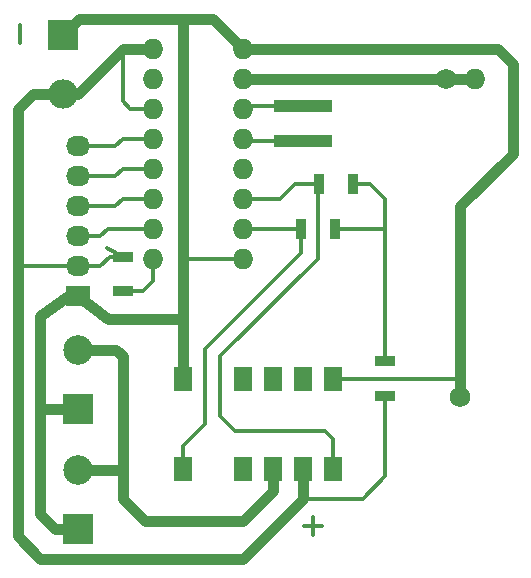
<source format=gbr>
G04 #@! TF.FileFunction,Copper,L1,Top,Signal*
%FSLAX46Y46*%
G04 Gerber Fmt 4.6, Leading zero omitted, Abs format (unit mm)*
G04 Created by KiCad (PCBNEW 4.0.1-stable) date 2/2/2016 11:32:04 AM*
%MOMM*%
G01*
G04 APERTURE LIST*
%ADD10C,0.100000*%
%ADD11C,0.300000*%
%ADD12R,2.032000X1.727200*%
%ADD13O,2.032000X1.727200*%
%ADD14R,0.900000X1.700000*%
%ADD15R,1.700000X0.900000*%
%ADD16R,1.524000X2.032000*%
%ADD17O,1.727200X1.727200*%
%ADD18R,4.900000X1.050000*%
%ADD19C,1.727200*%
%ADD20R,2.500000X2.500000*%
%ADD21C,2.500000*%
%ADD22O,2.500000X2.500000*%
%ADD23C,0.900000*%
G04 APERTURE END LIST*
D10*
D11*
X162688095Y-128047457D02*
X164211905Y-128047457D01*
X163450000Y-128809362D02*
X163450000Y-127285552D01*
X138572857Y-87121905D02*
X138572857Y-85598095D01*
D12*
X143510000Y-108585000D03*
D13*
X143510000Y-106045000D03*
X143510000Y-103505000D03*
X143510000Y-100965000D03*
X143510000Y-98425000D03*
X143510000Y-95885000D03*
D14*
X165280000Y-102844600D03*
X162380000Y-102844600D03*
X166804000Y-99034600D03*
X163904000Y-99034600D03*
D15*
X147320000Y-105230000D03*
X147320000Y-108130000D03*
D16*
X160020000Y-115544600D03*
X162560000Y-115544600D03*
X165100000Y-115544600D03*
X165100000Y-123164600D03*
X162560000Y-123164600D03*
X160020000Y-123164600D03*
X152400000Y-123164600D03*
X157480000Y-123164600D03*
X157480000Y-115544600D03*
X152400000Y-115544600D03*
D17*
X157480000Y-87604600D03*
X157480000Y-90144600D03*
X157480000Y-92684600D03*
X157480000Y-95224600D03*
X157480000Y-97764600D03*
X157480000Y-100304600D03*
X157480000Y-102844600D03*
X157480000Y-105384600D03*
X149860000Y-105384600D03*
X149860000Y-102844600D03*
X149860000Y-100304600D03*
X149860000Y-97764600D03*
X149860000Y-95224600D03*
X149860000Y-92684600D03*
X149860000Y-90144600D03*
X149860000Y-87604600D03*
D18*
X162560000Y-92479600D03*
X162560000Y-95429600D03*
D15*
X169545000Y-116994600D03*
X169545000Y-114094600D03*
D19*
X175895000Y-117070000D03*
X174645000Y-90170000D03*
D17*
X177145000Y-90170000D03*
D20*
X143510000Y-118110000D03*
D21*
X143510000Y-113110000D03*
D20*
X143510000Y-128270000D03*
D21*
X143510000Y-123270000D03*
D22*
X142240000Y-91440000D03*
D20*
X142240000Y-86440000D03*
D23*
X143510000Y-108585000D02*
X146050000Y-110490000D01*
X146050000Y-110490000D02*
X152400000Y-110490000D01*
X143510000Y-118110000D02*
X140335000Y-118110000D01*
X143510000Y-108585000D02*
X142670002Y-108585000D01*
X142670002Y-108585000D02*
X140335000Y-110285002D01*
X140335000Y-110285002D02*
X140335000Y-118110000D01*
X140335000Y-118110000D02*
X140335000Y-127000000D01*
X140335000Y-127000000D02*
X141605000Y-128270000D01*
X141605000Y-128270000D02*
X143510000Y-128270000D01*
X152400000Y-85090000D02*
X143590000Y-85090000D01*
X143590000Y-85090000D02*
X142240000Y-86440000D01*
D11*
X165100000Y-115544600D02*
X175895000Y-115544600D01*
D23*
X152400000Y-115544600D02*
X152400000Y-110490000D01*
X152400000Y-110490000D02*
X152400000Y-105384600D01*
X175895000Y-117044600D02*
X175895000Y-115544600D01*
X175895000Y-115544600D02*
X175895000Y-114909600D01*
X175895000Y-114909600D02*
X175895000Y-100939600D01*
X165100000Y-87604600D02*
X157480000Y-87604600D01*
X179070000Y-87604600D02*
X165100000Y-87604600D01*
X180340000Y-88874600D02*
X179070000Y-87604600D01*
X180340000Y-96494600D02*
X180340000Y-88874600D01*
X175895000Y-100939600D02*
X180340000Y-96494600D01*
D11*
X157480000Y-105384600D02*
X152400000Y-105384600D01*
D23*
X152400000Y-105384600D02*
X152400000Y-85090000D01*
X152400000Y-85090000D02*
X152400000Y-85064600D01*
X152400000Y-85064600D02*
X154940000Y-85064600D01*
X154940000Y-85064600D02*
X157480000Y-87604600D01*
X174645000Y-90144600D02*
X177145000Y-90144600D01*
X157480000Y-90144600D02*
X174645000Y-90144600D01*
D11*
X143510000Y-106045000D02*
X138430000Y-106045000D01*
X143510000Y-106045000D02*
X145415000Y-106045000D01*
X146230000Y-105230000D02*
X147320000Y-105230000D01*
X145415000Y-106045000D02*
X146230000Y-105230000D01*
D23*
X142240000Y-91440000D02*
X139700000Y-91440000D01*
X138430000Y-92710000D02*
X138430000Y-105384600D01*
X139700000Y-91440000D02*
X138430000Y-92710000D01*
X147320000Y-87630000D02*
X143510000Y-91440000D01*
X143510000Y-91440000D02*
X142240000Y-91440000D01*
D11*
X145976000Y-104468000D02*
X147320000Y-105230000D01*
X162560000Y-125704600D02*
X167640000Y-125704600D01*
X169545000Y-123799600D02*
X169545000Y-116994600D01*
X167640000Y-125704600D02*
X169545000Y-123799600D01*
D23*
X162560000Y-123164600D02*
X162560000Y-125704600D01*
X140335000Y-130784600D02*
X157480000Y-130810000D01*
X140335000Y-130784600D02*
X138430000Y-128905000D01*
X138430000Y-106045000D02*
X138430000Y-128905000D01*
X157480000Y-130810000D02*
X162560000Y-125704600D01*
X138430000Y-105384600D02*
X138430000Y-106045000D01*
D11*
X147320000Y-87604600D02*
X147320000Y-87630000D01*
X147320000Y-87630000D02*
X147320000Y-92049600D01*
X147955000Y-92684600D02*
X149860000Y-92684600D01*
X147320000Y-92049600D02*
X147955000Y-92684600D01*
X138430000Y-105384600D02*
X138557000Y-105384600D01*
X138557000Y-105384600D02*
X138430000Y-105384600D01*
D23*
X147320000Y-87604600D02*
X149860000Y-87604600D01*
D11*
X143510000Y-103505000D02*
X145415000Y-103505000D01*
X146075400Y-102844600D02*
X149860000Y-102844600D01*
X145415000Y-103505000D02*
X146075400Y-102844600D01*
X149860000Y-100304600D02*
X147345400Y-100304600D01*
X146685000Y-100965000D02*
X143510000Y-100965000D01*
X147345400Y-100304600D02*
X146685000Y-100965000D01*
X149860000Y-97764600D02*
X147345400Y-97764600D01*
X146685000Y-98425000D02*
X143510000Y-98425000D01*
X147345400Y-97764600D02*
X146685000Y-98425000D01*
X149860000Y-95224600D02*
X147345400Y-95224600D01*
X146685000Y-95885000D02*
X143510000Y-95885000D01*
X147345400Y-95224600D02*
X146685000Y-95885000D01*
X162380000Y-102844600D02*
X162380000Y-104929600D01*
X152400000Y-121259600D02*
X152400000Y-123164600D01*
X154305000Y-119354600D02*
X152400000Y-121259600D01*
X154305000Y-113004600D02*
X154305000Y-119354600D01*
X162380000Y-104929600D02*
X154305000Y-113004600D01*
X157480000Y-102844600D02*
X160655000Y-102844600D01*
X160655000Y-102844600D02*
X162380000Y-102844600D01*
X163904000Y-99034600D02*
X163904000Y-99595600D01*
X163904000Y-99595600D02*
X163830000Y-99669600D01*
X163830000Y-99669600D02*
X163830000Y-105384600D01*
X163830000Y-105384600D02*
X155575000Y-113639600D01*
X155575000Y-113639600D02*
X155575000Y-118719600D01*
X155575000Y-118719600D02*
X156845000Y-119989600D01*
X156845000Y-119989600D02*
X164465000Y-119989600D01*
X164465000Y-119989600D02*
X165100000Y-120624600D01*
X165100000Y-120624600D02*
X165100000Y-123164600D01*
X157480000Y-100304600D02*
X160655000Y-100304600D01*
X161925000Y-99034600D02*
X163904000Y-99034600D01*
X160655000Y-100304600D02*
X161925000Y-99034600D01*
X149860000Y-105384600D02*
X149860000Y-107315000D01*
X149045000Y-108130000D02*
X147320000Y-108130000D01*
X149860000Y-107315000D02*
X149045000Y-108130000D01*
X150040000Y-105564600D02*
X149860000Y-105384600D01*
D23*
X143510000Y-123270000D02*
X147320000Y-123270000D01*
X147320000Y-123270000D02*
X147320000Y-123190000D01*
X160020000Y-123164600D02*
X160020000Y-125095000D01*
X146765000Y-113110000D02*
X143510000Y-113110000D01*
X147320000Y-113665000D02*
X146765000Y-113110000D01*
X147320000Y-125730000D02*
X147320000Y-123190000D01*
X147320000Y-123190000D02*
X147320000Y-113665000D01*
X149225000Y-127635000D02*
X147320000Y-125730000D01*
X157480000Y-127635000D02*
X149225000Y-127635000D01*
X160020000Y-125095000D02*
X157480000Y-127635000D01*
D11*
X162560000Y-92479600D02*
X157685000Y-92479600D01*
X157685000Y-92479600D02*
X157480000Y-92684600D01*
X162560000Y-95429600D02*
X157685000Y-95429600D01*
X157685000Y-95429600D02*
X157480000Y-95224600D01*
X165280000Y-102844600D02*
X169545000Y-102844600D01*
X169545000Y-114094600D02*
X169545000Y-102844600D01*
X169545000Y-102844600D02*
X169545000Y-100304600D01*
X168275000Y-99034600D02*
X166804000Y-99034600D01*
X169545000Y-100304600D02*
X168275000Y-99034600D01*
M02*

</source>
